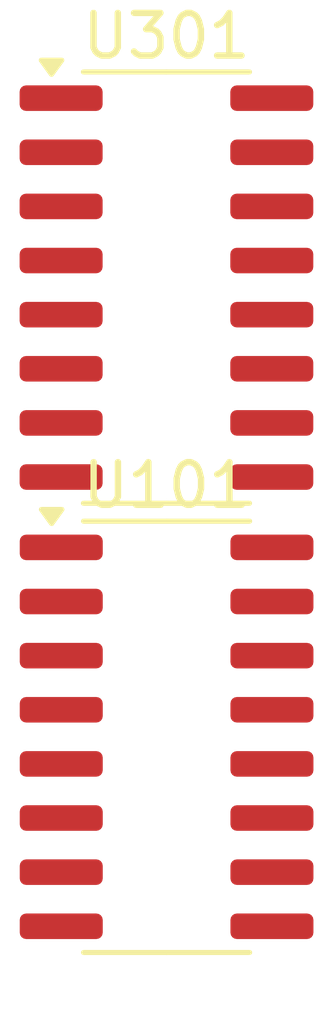
<source format=kicad_pcb>
(kicad_pcb (version 20240108) (generator "pcbnew") (generator_version "8.0")
  (layers (0 "F.Cu" signal) (31 "B.Cu" signal) (34 "B.Paste" user) (35 "F.Paste" user) (36 "B.SilkS" user "B.Silkscreen") (37 "F.SilkS" user "F.Silkscreen") (38 "B.Mask" user) (39 "F.Mask" user) (44 "Edge.Cuts" user))
  (net 0 "")
  (net 1 "/J_GND")
  (net 2 "/J_AMP_FUNC0")
  (net 3 "/J_AMP_FUNC1")
  (net 4 "/J_U+")
  (net 5 "/J_FUNC0")
  (net 6 "/J_FUNC1")
  (net 7 "/J_FUNC3")
  (net 8 "/J_FUNC2")
  (net 9 "/J_AMP_FUNC2")
  (net 10 "/J_AMP_FUNC3")
  (footprint "Package_SO:SOIC-16_3.9x9.9mm_P1.27mm" (layer "F.Cu") (at 129.224 82.042)
    (property "Reference" "U101" (at 0 -5.9 0) (layer "F.SilkS"))
    (property "Value" "ULN2003A")
    (fp_line (start 0 -5.06) (end -1.95 -5.06) (stroke (width 0.12)) (layer "F.SilkS"))
    (fp_line (start 0 -5.06) (end 1.95 -5.06) (stroke (width 0.12)) (layer "F.SilkS"))
    (fp_line (start 0 5.06) (end -1.95 5.06) (stroke (width 0.12)) (layer "F.SilkS"))
    (fp_line (start 0 5.06) (end 1.95 5.06) (stroke (width 0.12)) (layer "F.SilkS"))
    (fp_poly (pts (xy -2.7 -5.005) (xy -2.94 -5.335) (xy -2.46 -5.335) (xy -2.7 -5.005)) (stroke (width 0.12)) (fill solid) (layer "F.SilkS"))
    (pad "1" smd roundrect (at -2.475 -4.445) (size 1.95 0.6) (layers "F.Cu" "F.Paste" "F.Mask") (net 5 "/J_FUNC0"))
    (pad "2" smd roundrect (at -2.475 -3.175) (size 1.95 0.6) (layers "F.Cu" "F.Paste" "F.Mask") (net 5 "/J_FUNC0"))
    (pad "3" smd roundrect (at -2.475 -1.905) (size 1.95 0.6) (layers "F.Cu" "F.Paste" "F.Mask") (net 5 "/J_FUNC0"))
    (pad "4" smd roundrect (at -2.475 -0.635) (size 1.95 0.6) (layers "F.Cu" "F.Paste" "F.Mask") (net 5 "/J_FUNC0"))
    (pad "5" smd roundrect (at -2.475 0.635) (size 1.95 0.6) (layers "F.Cu" "F.Paste" "F.Mask") (net 6 "/J_FUNC1"))
    (pad "6" smd roundrect (at -2.475 1.905) (size 1.95 0.6) (layers "F.Cu" "F.Paste" "F.Mask") (net 6 "/J_FUNC1"))
    (pad "7" smd roundrect (at -2.475 3.175) (size 1.95 0.6) (layers "F.Cu" "F.Paste" "F.Mask") (net 6 "/J_FUNC1"))
    (pad "8" smd roundrect (at -2.475 4.445) (size 1.95 0.6) (layers "F.Cu" "F.Paste" "F.Mask") (net 1 "/J_GND"))
    (pad "9" smd roundrect (at 2.475 4.445) (size 1.95 0.6) (layers "F.Cu" "F.Paste" "F.Mask") (net 4 "/J_U+"))
    (pad "10" smd roundrect (at 2.475 3.175) (size 1.95 0.6) (layers "F.Cu" "F.Paste" "F.Mask") (net 3 "/J_AMP_FUNC1"))
    (pad "11" smd roundrect (at 2.475 1.905) (size 1.95 0.6) (layers "F.Cu" "F.Paste" "F.Mask") (net 3 "/J_AMP_FUNC1"))
    (pad "12" smd roundrect (at 2.475 0.635) (size 1.95 0.6) (layers "F.Cu" "F.Paste" "F.Mask") (net 3 "/J_AMP_FUNC1"))
    (pad "13" smd roundrect (at 2.475 -0.635) (size 1.95 0.6) (layers "F.Cu" "F.Paste" "F.Mask") (net 2 "/J_AMP_FUNC0"))
    (pad "14" smd roundrect (at 2.475 -1.905) (size 1.95 0.6) (layers "F.Cu" "F.Paste" "F.Mask") (net 2 "/J_AMP_FUNC0"))
    (pad "15" smd roundrect (at 2.475 -3.175) (size 1.95 0.6) (layers "F.Cu" "F.Paste" "F.Mask") (net 2 "/J_AMP_FUNC0"))
    (pad "16" smd roundrect (at 2.475 -4.445) (size 1.95 0.6) (layers "F.Cu" "F.Paste" "F.Mask") (net 2 "/J_AMP_FUNC0"))
  )
  (footprint "Package_SO:SOIC-16_3.9x9.9mm_P1.27mm" (layer "F.Cu") (at 129.221 71.501)
    (property "Reference" "U301" (at 0 -5.9 0) (layer "F.SilkS"))
    (property "Value" "ULN2003A")
    (fp_line (start 0 -5.06) (end -1.95 -5.06) (stroke (width 0.12)) (layer "F.SilkS"))
    (fp_line (start 0 -5.06) (end 1.95 -5.06) (stroke (width 0.12)) (layer "F.SilkS"))
    (fp_line (start 0 5.06) (end -1.95 5.06) (stroke (width 0.12)) (layer "F.SilkS"))
    (fp_line (start 0 5.06) (end 1.95 5.06) (stroke (width 0.12)) (layer "F.SilkS"))
    (fp_poly (pts (xy -2.7 -5.005) (xy -2.94 -5.335) (xy -2.46 -5.335) (xy -2.7 -5.005)) (stroke (width 0.12)) (fill solid) (layer "F.SilkS"))
    (pad "1" smd roundrect (at -2.475 -4.445) (size 1.95 0.6) (layers "F.Cu" "F.Paste" "F.Mask") (net 8 "/J_FUNC2"))
    (pad "2" smd roundrect (at -2.475 -3.175) (size 1.95 0.6) (layers "F.Cu" "F.Paste" "F.Mask") (net 8 "/J_FUNC2"))
    (pad "3" smd roundrect (at -2.475 -1.905) (size 1.95 0.6) (layers "F.Cu" "F.Paste" "F.Mask") (net 8 "/J_FUNC2"))
    (pad "4" smd roundrect (at -2.475 -0.635) (size 1.95 0.6) (layers "F.Cu" "F.Paste" "F.Mask") (net 8 "/J_FUNC2"))
    (pad "5" smd roundrect (at -2.475 0.635) (size 1.95 0.6) (layers "F.Cu" "F.Paste" "F.Mask") (net 7 "/J_FUNC3"))
    (pad "6" smd roundrect (at -2.475 1.905) (size 1.95 0.6) (layers "F.Cu" "F.Paste" "F.Mask") (net 7 "/J_FUNC3"))
    (pad "7" smd roundrect (at -2.475 3.175) (size 1.95 0.6) (layers "F.Cu" "F.Paste" "F.Mask") (net 7 "/J_FUNC3"))
    (pad "8" smd roundrect (at -2.475 4.445) (size 1.95 0.6) (layers "F.Cu" "F.Paste" "F.Mask") (net 1 "/J_GND"))
    (pad "9" smd roundrect (at 2.475 4.445) (size 1.95 0.6) (layers "F.Cu" "F.Paste" "F.Mask") (net 4 "/J_U+"))
    (pad "10" smd roundrect (at 2.475 3.175) (size 1.95 0.6) (layers "F.Cu" "F.Paste" "F.Mask") (net 10 "/J_AMP_FUNC3"))
    (pad "11" smd roundrect (at 2.475 1.905) (size 1.95 0.6) (layers "F.Cu" "F.Paste" "F.Mask") (net 10 "/J_AMP_FUNC3"))
    (pad "12" smd roundrect (at 2.475 0.635) (size 1.95 0.6) (layers "F.Cu" "F.Paste" "F.Mask") (net 10 "/J_AMP_FUNC3"))
    (pad "13" smd roundrect (at 2.475 -0.635) (size 1.95 0.6) (layers "F.Cu" "F.Paste" "F.Mask") (net 9 "/J_AMP_FUNC2"))
    (pad "14" smd roundrect (at 2.475 -1.905) (size 1.95 0.6) (layers "F.Cu" "F.Paste" "F.Mask") (net 9 "/J_AMP_FUNC2"))
    (pad "15" smd roundrect (at 2.475 -3.175) (size 1.95 0.6) (layers "F.Cu" "F.Paste" "F.Mask") (net 9 "/J_AMP_FUNC2"))
    (pad "16" smd roundrect (at 2.475 -4.445) (size 1.95 0.6) (layers "F.Cu" "F.Paste" "F.Mask") (net 9 "/J_AMP_FUNC2"))
  )
)
</source>
